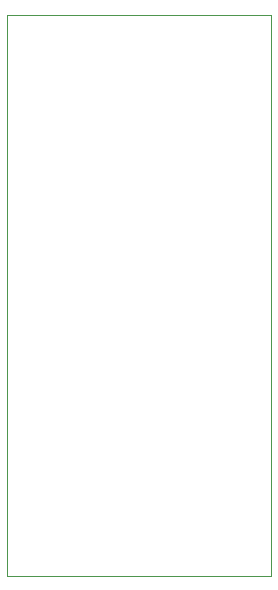
<source format=gbr>
%TF.GenerationSoftware,KiCad,Pcbnew,5.1.8*%
%TF.CreationDate,2020-11-14T09:21:32-05:00*%
%TF.ProjectId,card_lights,63617264-5f6c-4696-9768-74732e6b6963,rev?*%
%TF.SameCoordinates,PX7d80e80PY4491b60*%
%TF.FileFunction,Profile,NP*%
%FSLAX46Y46*%
G04 Gerber Fmt 4.6, Leading zero omitted, Abs format (unit mm)*
G04 Created by KiCad (PCBNEW 5.1.8) date 2020-11-14 09:21:32*
%MOMM*%
%LPD*%
G01*
G04 APERTURE LIST*
%TA.AperFunction,Profile*%
%ADD10C,0.050000*%
%TD*%
G04 APERTURE END LIST*
D10*
X-23400000Y-48500000D02*
X-23400000Y-1000000D01*
X-1000000Y-48500000D02*
X-23400000Y-48500000D01*
X-1000000Y-1000000D02*
X-1000000Y-48500000D01*
X-23400000Y-1000000D02*
X-1000000Y-1000000D01*
M02*

</source>
